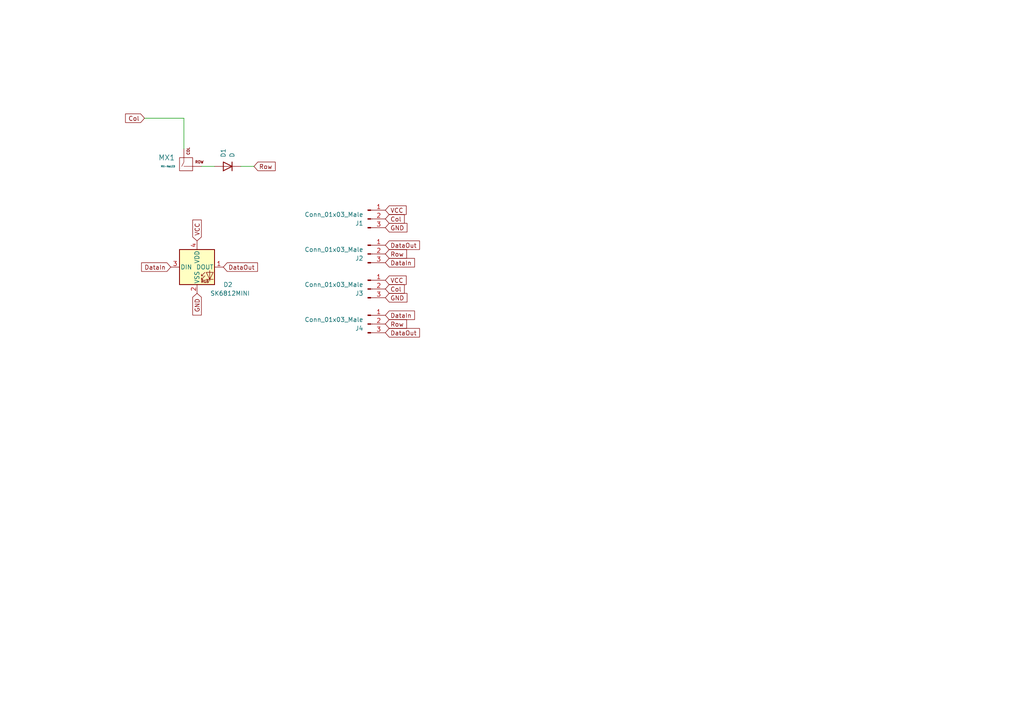
<source format=kicad_sch>
(kicad_sch (version 20201015) (generator eeschema)
  (paper "A4")
  (title_block (title "Keyswitch Biscuit") (date "2021-06-05") (rev "1.0"))
  (lib_symbols
    (symbol "Connector:Conn_01x03_Male" (pin_names (offset 1.016) hide)
      (property "Reference" "J" (at 0 5.08 0))
      (property "Value" "Conn_01x03_Male" (at 0 -5.08 0))
      (symbol "Conn_01x03_Male_1_1"
        (rectangle (start 0.8636 -2.413) (end 0 -2.667) (stroke (width 0.1524)) (fill (type outline)))
        (rectangle (start 0.8636 0.127) (end 0 -0.127) (stroke (width 0.1524)) (fill (type outline)))
        (rectangle (start 0.8636 2.667) (end 0 2.413) (stroke (width 0.1524)) (fill (type outline)))
        (polyline (pts (xy 1.27 -2.54) (xy 0.8636 -2.54)) (stroke (width 0.1524)))
        (polyline (pts (xy 1.27 0) (xy 0.8636 0)) (stroke (width 0.1524)))
        (polyline (pts (xy 1.27 2.54) (xy 0.8636 2.54)) (stroke (width 0.1524)))
        (pin passive line (at 5.08 2.54 180) (length 3.81) (name "Pin_1") (number "1"))
        (pin passive line (at 5.08 0 180) (length 3.81) (name "Pin_2") (number "2"))
        (pin passive line (at 5.08 -2.54 180) (length 3.81) (name "Pin_3") (number "3"))
      )
    )
    (symbol "Device:D" (pin_numbers hide) (pin_names (offset 1.016) hide)
      (property "Reference" "D" (at 0 2.54 0))
      (property "Value" "D" (at 0 -2.54 0))
      (symbol "D_0_1"
        (polyline (pts (xy -1.27 1.27) (xy -1.27 -1.27)) (stroke (width 0.254)))
        (polyline (pts (xy 1.27 0) (xy -1.27 0)))
        (polyline (pts (xy 1.27 1.27) (xy 1.27 -1.27) (xy -1.27 0) (xy 1.27 1.27)) (stroke (width 0.254)))
      )
      (symbol "D_1_1"
        (pin passive line (at -3.81 0 0) (length 2.54) (name "K") (number "1"))
        (pin passive line (at 3.81 0 180) (length 2.54) (name "A") (number "2"))
      )
    )
    (symbol "LED:SK6812MINI" (pin_names (offset 0.254))
      (property "Reference" "D" (at 5.08 5.715 0))
      (property "Value" "SK6812MINI" (at 1.27 -5.715 0))
      (symbol "SK6812MINI_0_0"
        (text "RGB" (at 2.286 -4.191 0) (effects (font (size 0.762 0.762))))
      )
      (symbol "SK6812MINI_0_1"
        (rectangle (start 5.08 5.08) (end -5.08 -5.08) (stroke (width 0.254)) (fill (type background)))
        (polyline (pts (xy 1.27 -3.556) (xy 1.778 -3.556)))
        (polyline (pts (xy 1.27 -2.54) (xy 1.778 -2.54)))
        (polyline (pts (xy 4.699 -3.556) (xy 2.667 -3.556)))
        (polyline (pts (xy 2.286 -2.54) (xy 1.27 -3.556) (xy 1.27 -3.048)))
        (polyline (pts (xy 2.286 -1.524) (xy 1.27 -2.54) (xy 1.27 -2.032)))
        (polyline (pts (xy 3.683 -1.016) (xy 3.683 -3.556) (xy 3.683 -4.064)))
        (polyline (pts (xy 4.699 -1.524) (xy 2.667 -1.524) (xy 3.683 -3.556) (xy 4.699 -1.524)))
      )
      (symbol "SK6812MINI_1_1"
        (pin output line (at 7.62 0 180) (length 2.54) (name "DOUT") (number "1"))
        (pin power_in line (at 0 -7.62 90) (length 2.54) (name "VSS") (number "2"))
        (pin input line (at -7.62 0 0) (length 2.54) (name "DIN") (number "3"))
        (pin power_in line (at 0 7.62 270) (length 2.54) (name "VDD") (number "4"))
      )
    )
    (symbol "custom:MX-NoLED" (pin_names (offset 1.016))
      (property "Reference" "MX" (at -0.635 3.81 0))
      (property "Value" "MX-NoLED" (at -0.635 1.27 0))
      (symbol "MX-NoLED_0_0"
        (text "COL" (at 3.175 0 0) (effects (font (size 0.762 0.762))))
        (text "ROW" (at 0 -1.905 900) (effects (font (size 0.762 0.762)) (justify right)))
        (rectangle (start -2.54 2.54) (end 1.27 -1.27))
        (polyline (pts (xy -1.27 -1.27) (xy -1.27 1.27)) (stroke (width 0.127)))
        (polyline (pts (xy 1.27 1.27) (xy 0 1.27) (xy -1.27 1.905)) (stroke (width 0.127)))
      )
      (symbol "MX-NoLED_1_1"
        (pin passive line (at 3.81 1.27 180) (length 2.54) (name "COL") (number "1"))
        (pin passive line (at -1.27 -3.81 90) (length 2.54) (name "ROW") (number "2"))
      )
    )
  )
  (wire (pts (xy 41.91 34.29) (xy 53.34 34.29)))
  (wire (pts (xy 53.34 34.29) (xy 53.34 43.18)))
  (wire (pts (xy 58.42 48.26) (xy 62.23 48.26)))
  (wire (pts (xy 69.85 48.26) (xy 73.66 48.26)))
  (global_label "Col" (shape input) (at 41.91 34.29 180) (property "Intersheet References" "${INTERSHEET_REFS}" (effects hide)))
  (global_label "DataIn" (shape input) (at 49.53 77.47 180) (property "Intersheet References" "${INTERSHEET_REFS}" (effects hide)))
  (global_label "VCC" (shape input) (at 57.15 69.85 90) (property "Intersheet References" "${INTERSHEET_REFS}" (effects hide)))
  (global_label "GND" (shape input) (at 57.15 85.09 270) (property "Intersheet References" "${INTERSHEET_REFS}" (effects hide)))
  (global_label "DataOut" (shape input) (at 64.77 77.47 0) (property "Intersheet References" "${INTERSHEET_REFS}" (effects hide)))
  (global_label "Row" (shape input) (at 73.66 48.26 0) (property "Intersheet References" "${INTERSHEET_REFS}" (effects hide)))
  (global_label "VCC" (shape input) (at 111.76 60.96 0) (property "Intersheet References" "${INTERSHEET_REFS}" (effects hide)))
  (global_label "Col" (shape input) (at 111.76 63.5 0) (property "Intersheet References" "${INTERSHEET_REFS}" (effects hide)))
  (global_label "GND" (shape input) (at 111.76 66.04 0) (property "Intersheet References" "${INTERSHEET_REFS}" (effects hide)))
  (global_label "DataOut" (shape input) (at 111.76 71.12 0) (property "Intersheet References" "${INTERSHEET_REFS}" (effects hide)))
  (global_label "Row" (shape input) (at 111.76 73.66 0) (property "Intersheet References" "${INTERSHEET_REFS}" (effects hide)))
  (global_label "DataIn" (shape input) (at 111.76 76.2 0) (property "Intersheet References" "${INTERSHEET_REFS}" (effects hide)))
  (global_label "VCC" (shape input) (at 111.76 81.28 0) (property "Intersheet References" "${INTERSHEET_REFS}" (effects hide)))
  (global_label "Col" (shape input) (at 111.76 83.82 0) (property "Intersheet References" "${INTERSHEET_REFS}" (effects hide)))
  (global_label "GND" (shape input) (at 111.76 86.36 0) (property "Intersheet References" "${INTERSHEET_REFS}" (effects hide)))
  (global_label "DataIn" (shape input) (at 111.76 91.44 0) (property "Intersheet References" "${INTERSHEET_REFS}" (effects hide)))
  (global_label "Row" (shape input) (at 111.76 93.98 0) (property "Intersheet References" "${INTERSHEET_REFS}" (effects hide)))
  (global_label "DataOut" (shape input) (at 111.76 96.52 0) (property "Intersheet References" "${INTERSHEET_REFS}" (effects hide)))
  (symbol (lib_id "Device:D") (at 66.04 48.26 180) (unit 1)
    (property "Reference" "D1" (at 64.77 45.72 90) (effects (justify right)))
    (property "Value" "D" (at 67.31 45.72 90) (effects (justify right)))
    (property "Footprint" "custom:D_SOD-123" (effects hide))
  )
  (symbol (lib_id "Connector:Conn_01x03_Male") (at 106.68 63.5 0) (unit 1)
    (property "Reference" "J1" (at 105.41 64.77 0) (effects (justify right)))
    (property "Value" "Conn_01x03_Male" (at 105.41 62.23 0) (effects (justify right)))
    (property "Footprint" "custom:SolderWire-0.1sqmm_1x03_D0.4mm_OD1mm" (effects hide))
  )
  (symbol (lib_id "Connector:Conn_01x03_Male") (at 106.68 73.66 0) (unit 1)
    (property "Reference" "J2" (at 105.41 74.93 0) (effects (justify right)))
    (property "Value" "Conn_01x03_Male" (at 105.41 72.39 0) (effects (justify right)))
    (property "Footprint" "custom:SolderWire-0.1sqmm_1x03_D0.4mm_OD1mm" (effects hide))
  )
  (symbol (lib_id "Connector:Conn_01x03_Male") (at 106.68 83.82 0) (unit 1)
    (property "Reference" "J3" (at 105.41 85.09 0) (effects (justify right)))
    (property "Value" "Conn_01x03_Male" (at 105.41 82.55 0) (effects (justify right)))
    (property "Footprint" "custom:SolderWire-0.1sqmm_1x03_D0.4mm_OD1mm" (effects hide))
  )
  (symbol (lib_id "Connector:Conn_01x03_Male") (at 106.68 93.98 0) (unit 1)
    (property "Reference" "J4" (at 105.41 95.25 0) (effects (justify right)))
    (property "Value" "Conn_01x03_Male" (at 105.41 92.71 0) (effects (justify right)))
    (property "Footprint" "custom:SolderWire-0.1sqmm_1x03_D0.4mm_OD1mm" (effects hide))
  )
  (symbol (lib_id "custom:MX-NoLED") (at 54.61 46.99 90) (unit 1)
    (property "Reference" "MX1" (at 50.8 45.72 90) (effects (font (size 1.524 1.524)) (justify left)))
    (property "Value" "MX-NoLED" (at 50.8 48.26 90) (effects (font (size 0.508 0.508)) (justify left)))
    (property "Footprint" "custom:MXOnly-1U-Hotswap-v2" (effects hide))
  )
  (symbol (lib_id "LED:SK6812MINI") (at 57.15 77.47 0) (unit 1)
    (property "Reference" "D2" (at 64.77 82.55 0) (effects (justify left)))
    (property "Value" "SK6812MINI" (at 60.96 85.09 0) (effects (justify left)))
    (property "Footprint" "custom:SK6812MINI_rev" (effects hide))
    (property "Datasheet" "https://cdn-shop.adafruit.com/product-files/2686/SK6812MINI_REV.01-1-2.pdf" (effects hide))
  )
)
</source>
